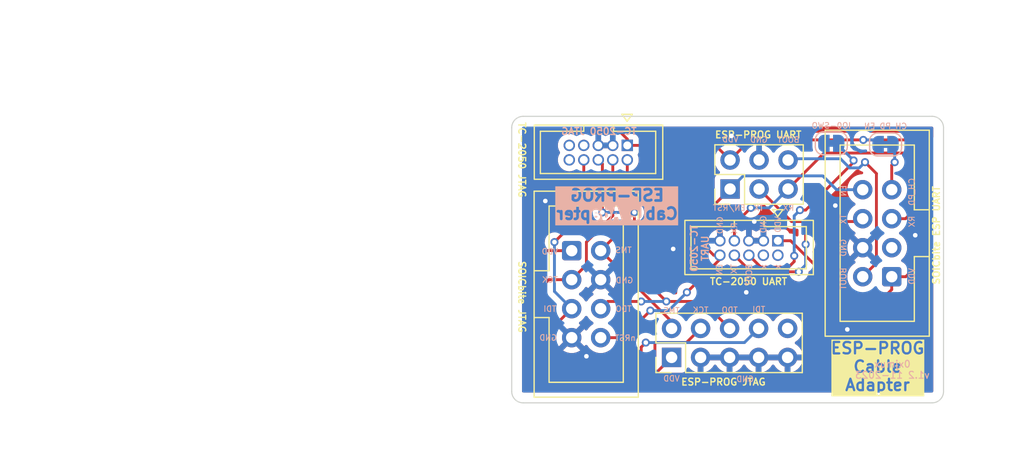
<source format=kicad_pcb>
(kicad_pcb (version 20221018) (generator pcbnew)
  (title_block (title "ESP-PROG Board Connector Adapter") (date "2023-11-25") (rev "v1.2") (company "jacobbokor.com"))
  (layers (0 "F.Cu" signal) (31 "B.Cu" signal) (34 "B.Paste" user) (35 "F.Paste" user) (36 "B.SilkS" user "B.Silkscreen") (37 "F.SilkS" user "F.Silkscreen") (38 "B.Mask" user) (39 "F.Mask" user) (44 "Edge.Cuts" user))
  (net 0 "")
  (net 1 "/VDD_U")
  (net 2 "/ESP_TXD0")
  (net 3 "Earth")
  (net 4 "/ESP_TMS")
  (net 5 "/ESP_RXD0")
  (net 6 "/ESP_EN")
  (net 8 "/CH_PD")
  (net 9 "/SWO_IO0")
  (net 12 "/ESP_TCK")
  (net 13 "/ESP_TDO")
  (net 14 "/ESP_TDI")
  (net 15 "/ESP_BOOT")
  (footprint "jmux-footprints:TC-2050-IDC-SOCKET" (layer "F.Cu") (at 130.4584 72.344 -90)
    (fp_text reference "J5" hide)
    (fp_text value "DebugHeader_Cortex-M_SWD_UART_10p_TagConnect" hide)
    (fp_line (start -5.3848 -9.5504) (end -4.7752 -9.0932) (stroke (width 0.12)) (layer "F.SilkS"))
    (fp_line (start -5.3848 -8.636) (end -5.3848 -9.5504) (stroke (width 0.12)) (layer "F.SilkS"))
    (fp_line (start -4.7752 -9.0932) (end -5.3848 -8.636) (stroke (width 0.12)) (layer "F.SilkS"))
    (fp_line (start -3.9 -11.6) (end -3.9 -7.9) (stroke (width 0.12)) (layer "F.SilkS"))
    (fp_line (start -3.9 -11.6) (end -0.2 -11.6) (stroke (width 0.12)) (layer "F.SilkS"))
    (fp_line (start -3.9 -7.9) (end -4.4 -7.9) (stroke (width 0.12)) (layer "F.SilkS"))
    (fp_line (start -3.9 -5.3) (end -4.4 -5.3) (stroke (width 0.12)) (layer "F.SilkS"))
    (fp_line (start -3.9 -1.5) (end -3.9 -5.3) (stroke (width 0.12)) (layer "F.SilkS"))
    (fp_line (start -3.9 -1.5) (end -0.2 -1.5) (stroke (width 0.12)) (layer "F.SilkS"))
    (fp_line (start -0.2 -11.6) (end -0.2 -1.5) (stroke (width 0.12)) (layer "F.SilkS"))
    (fp_rect (start 0.3048 -12.2174) (end -4.445 -0.9652) (stroke (width 0.12)) (fill none) (layer "F.SilkS"))
    (pad "1" thru_hole rect (at -2.664 -9.1116 270) (size 1 1) (drill 0.7) (layers "*.Cu" "*.Mask") (net 1 "/VDD_U"))
    (pad "2" thru_hole oval (at -1.394 -9.1116 270) (size 1 1) (drill 0.7) (layers "*.Cu" "*.Mask"))
    (pad "3" thru_hole oval (at -2.664 -7.8416 270) (size 1 1) (drill 0.7) (layers "*.Cu" "*.Mask") (net 3 "Earth"))
    (pad "4" thru_hole oval (at -1.394 -7.8416 270) (size 1 1) (drill 0.7) (layers "*.Cu" "*.Mask"))
    (pad "5" thru_hole oval (at -2.664 -6.5716 270) (size 1 1) (drill 0.7) (layers "*.Cu" "*.Mask") (net 3 "Earth"))
    (pad "6" thru_hole oval (at -1.394 -6.5716 270) (size 1 1) (drill 0.7) (layers "*.Cu" "*.Mask") (net 9 "/SWO_IO0"))
    (pad "7" thru_hole oval (at -2.664 -5.3016 270) (size 1 1) (drill 0.7) (layers "*.Cu" "*.Mask") (net 5 "/ESP_RXD0"))
    (pad "8" thru_hole oval (at -1.394 -5.3016 270) (size 1 1) (drill 0.7) (layers "*.Cu" "*.Mask") (net 2 "/ESP_TXD0"))
    (pad "9" thru_hole oval (at -2.664 -4.0316 270) (size 1 1) (drill 0.7) (layers "*.Cu" "*.Mask") (net 3 "Earth"))
    (pad "10" thru_hole oval (at -1.394 -4.0316 270) (size 1 1) (drill 0.7) (layers "*.Cu" "*.Mask") (net 6 "/ESP_EN"))
  )
  (footprint "jmux-footprints:TC-2050-IDC-SOCKET" (layer "F.Cu") (at 117.2684 63.994 -90)
    (fp_text reference "J3" hide)
    (fp_text value "DebugHeader_Cortex-M_JTAG_10p_TagConnect" hide)
    (fp_line (start -5.3848 -9.5504) (end -4.7752 -9.0932) (stroke (width 0.12)) (layer "F.SilkS"))
    (fp_line (start -5.3848 -8.636) (end -5.3848 -9.5504) (stroke (width 0.12)) (layer "F.SilkS"))
    (fp_line (start -4.7752 -9.0932) (end -5.3848 -8.636) (stroke (width 0.12)) (layer "F.SilkS"))
    (fp_line (start -3.9 -11.6) (end -3.9 -7.9) (stroke (width 0.12)) (layer "F.SilkS"))
    (fp_line (start -3.9 -11.6) (end -0.2 -11.6) (stroke (width 0.12)) (layer "F.SilkS"))
    (fp_line (start -3.9 -7.9) (end -4.4 -7.9) (stroke (width 0.12)) (layer "F.SilkS"))
    (fp_line (start -3.9 -5.3) (end -4.4 -5.3) (stroke (width 0.12)) (layer "F.SilkS"))
    (fp_line (start -3.9 -1.5) (end -3.9 -5.3) (stroke (width 0.12)) (layer "F.SilkS"))
    (fp_line (start -3.9 -1.5) (end -0.2 -1.5) (stroke (width 0.12)) (layer "F.SilkS"))
    (fp_line (start -0.2 -11.6) (end -0.2 -1.5) (stroke (width 0.12)) (layer "F.SilkS"))
    (fp_rect (start 0.3048 -12.2174) (end -4.445 -0.9652) (stroke (width 0.12)) (fill none) (layer "F.SilkS"))
    (pad "1" thru_hole rect (at -2.664 -9.1116 270) (size 1 1) (drill 0.7) (layers "*.Cu" "*.Mask") (net 1 "/VDD_U"))
    (pad "2" thru_hole oval (at -1.394 -9.1116 270) (size 1 1) (drill 0.7) (layers "*.Cu" "*.Mask") (net 4 "/ESP_TMS"))
    (pad "3" thru_hole oval (at -2.664 -7.8416 270) (size 1 1) (drill 0.7) (layers "*.Cu" "*.Mask") (net 3 "Earth"))
    (pad "4" thru_hole oval (at -1.394 -7.8416 270) (size 1 1) (drill 0.7) (layers "*.Cu" "*.Mask") (net 12 "/ESP_TCK"))
    (pad "5" thru_hole oval (at -2.664 -6.5716 270) (size 1 1) (drill 0.7) (layers "*.Cu" "*.Mask") (net 3 "Earth"))
    (pad "6" thru_hole oval (at -1.394 -6.5716 270) (size 1 1) (drill 0.7) (layers "*.Cu" "*.Mask") (net 13 "/ESP_TDO"))
    (pad "7" thru_hole oval (at -2.664 -5.3016 270) (size 1 1) (drill 0.7) (layers "*.Cu" "*.Mask"))
    (pad "8" thru_hole oval (at -1.394 -5.3016 270) (size 1 1) (drill 0.7) (layers "*.Cu" "*.Mask") (net 14 "/ESP_TDI"))
    (pad "9" thru_hole oval (at -2.664 -4.0316 270) (size 1 1) (drill 0.7) (layers "*.Cu" "*.Mask"))
    (pad "10" thru_hole oval (at -1.394 -4.0316 270) (size 1 1) (drill 0.7) (layers "*.Cu" "*.Mask"))
  )
  (footprint "Connector_PinSocket_2.54mm:PinSocket_2x03_P2.54mm_Vertical" (layer "F.Cu") (at 135.382 62.611 90)
    (fp_text reference "J2" hide)
    (fp_text value "CONN ESP-PROG" hide)
    (fp_line (start -3.87 -1.33) (end -3.87 0) (stroke (width 0.12)) (layer "F.SilkS"))
    (fp_line (start -3.87 1.27) (end -3.87 6.41) (stroke (width 0.12)) (layer "F.SilkS"))
    (fp_line (start -2.54 -1.33) (end -3.87 -1.33) (stroke (width 0.12)) (layer "F.SilkS"))
    (fp_line (start -1.27 -1.33) (end -1.27 1.27) (stroke (width 0.12)) (layer "F.SilkS"))
    (fp_line (start -1.27 1.27) (end -3.87 1.27) (stroke (width 0.12)) (layer "F.SilkS"))
    (fp_line (start 1.33 -1.33) (end -1.27 -1.33) (stroke (width 0.12)) (layer "F.SilkS"))
    (fp_line (start 1.33 -1.33) (end 1.33 6.41) (stroke (width 0.12)) (layer "F.SilkS"))
    (fp_line (start 1.33 6.41) (end -3.87 6.41) (stroke (width 0.12)) (layer "F.SilkS"))
    (pad "1" thru_hole rect locked (at -2.54 0 90) (size 1.7 1.7) (drill 1) (layers "*.Cu" "*.Mask") (net 6 "/ESP_EN"))
    (pad "2" thru_hole oval locked (at 0 0 90) (size 1.7 1.7) (drill 1) (layers "*.Cu" "*.Mask") (net 1 "/VDD_U"))
    (pad "3" thru_hole oval locked (at -2.54 2.54 90) (size 1.7 1.7) (drill 1) (layers "*.Cu" "*.Mask") (net 2 "/ESP_TXD0"))
    (pad "4" thru_hole oval locked (at 0 2.54 90) (size 1.7 1.7) (drill 1) (layers "*.Cu" "*.Mask") (net 3 "Earth"))
    (pad "5" thru_hole oval locked (at -2.54 5.08 90) (size 1.7 1.7) (drill 1) (layers "*.Cu" "*.Mask") (net 5 "/ESP_RXD0"))
    (pad "6" thru_hole oval locked (at 0 5.08 90) (size 1.7 1.7) (drill 1) (layers "*.Cu" "*.Mask") (net 15 "/ESP_BOOT"))
  )
  (footprint "Connector_IDC:IDC-Header_2x04_P2.54mm_Vertical" (layer "F.Cu") (at 121.51 70.55)
    (fp_text reference "J6" hide)
    (fp_text value "SOICbite-JTAG")
    (fp_line (start -3.29 -5.21) (end 5.83 -5.21) (stroke (width 0.12)) (layer "F.SilkS"))
    (fp_line (start -3.29 1.76) (end -1.98 1.76) (stroke (width 0.12)) (layer "F.SilkS"))
    (fp_line (start -3.29 12.83) (end -3.29 -5.21) (stroke (width 0.12)) (layer "F.SilkS"))
    (fp_line (start -1.98 -3.91) (end 4.52 -3.91) (stroke (width 0.12)) (layer "F.SilkS"))
    (fp_line (start -1.98 1.76) (end -1.98 -3.91) (stroke (width 0.12)) (layer "F.SilkS"))
    (fp_line (start -1.98 5.86) (end -3.29 5.86) (stroke (width 0.12)) (layer "F.SilkS"))
    (fp_line (start -1.98 5.86) (end -1.98 5.86) (stroke (width 0.12)) (layer "F.SilkS"))
    (fp_line (start -1.98 11.53) (end -1.98 5.86) (stroke (width 0.12)) (layer "F.SilkS"))
    (fp_line (start 4.52 -3.91) (end 4.52 11.53) (stroke (width 0.12)) (layer "F.SilkS"))
    (fp_line (start 4.52 11.53) (end -1.98 11.53) (stroke (width 0.12)) (layer "F.SilkS"))
    (fp_line (start 5.83 -5.21) (end 5.83 12.83) (stroke (width 0.12)) (layer "F.SilkS"))
    (fp_line (start 5.83 12.83) (end -3.29 12.83) (stroke (width 0.12)) (layer "F.SilkS"))
    (pad "1" thru_hole roundrect (at 0 0) (size 1.7 1.7) (drill 1) (layers "*.Cu" "*.Mask") (roundrect_rratio 0.147059) (net 1 "/VDD_U"))
    (pad "2" thru_hole circle (at 2.54 0) (size 1.7 1.7) (drill 1) (layers "*.Cu" "*.Mask") (net 4 "/ESP_TMS"))
    (pad "3" thru_hole circle (at 0 2.54) (size 1.7 1.7) (drill 1) (layers "*.Cu" "*.Mask") (net 12 "/ESP_TCK"))
    (pad "4" thru_hole circle (at 2.54 2.54) (size 1.7 1.7) (drill 1) (layers "*.Cu" "*.Mask") (net 3 "Earth"))
    (pad "5" thru_hole circle (at 0 5.08) (size 1.7 1.7) (drill 1) (layers "*.Cu" "*.Mask") (net 14 "/ESP_TDI"))
    (pad "6" thru_hole circle (at 2.54 5.08) (size 1.7 1.7) (drill 1) (layers "*.Cu" "*.Mask") (net 13 "/ESP_TDO"))
    (pad "7" thru_hole circle (at 0 7.62) (size 1.7 1.7) (drill 1) (layers "*.Cu" "*.Mask") (net 3 "Earth"))
    (pad "8" thru_hole circle (at 2.54 7.62) (size 1.7 1.7) (drill 1) (layers "*.Cu" "*.Mask") (net 6 "/ESP_EN"))
  )
  (footprint "Connector_IDC:IDC-Header_2x04_P2.54mm_Vertical" (layer "F.Cu") (at 149.54 72.83 180)
    (fp_text reference "J4" hide)
    (fp_text value "ProgConn-SOICBite" hide)
    (fp_line (start -3.29 -5.21) (end 5.83 -5.21) (stroke (width 0.12)) (layer "F.SilkS"))
    (fp_line (start -3.29 1.76) (end -1.98 1.76) (stroke (width 0.12)) (layer "F.SilkS"))
    (fp_line (start -3.29 12.83) (end -3.29 -5.21) (stroke (width 0.12)) (layer "F.SilkS"))
    (fp_line (start -1.98 -3.91) (end 4.52 -3.91) (stroke (width 0.12)) (layer "F.SilkS"))
    (fp_line (start -1.98 1.76) (end -1.98 -3.91) (stroke (width 0.12)) (layer "F.SilkS"))
    (fp_line (start -1.98 5.86) (end -3.29 5.86) (stroke (width 0.12)) (layer "F.SilkS"))
    (fp_line (start -1.98 5.86) (end -1.98 5.86) (stroke (width 0.12)) (layer "F.SilkS"))
    (fp_line (start -1.98 11.53) (end -1.98 5.86) (stroke (width 0.12)) (layer "F.SilkS"))
    (fp_line (start 4.52 -3.91) (end 4.52 11.53) (stroke (width 0.12)) (layer "F.SilkS"))
    (fp_line (start 4.52 11.53) (end -1.98 11.53) (stroke (width 0.12)) (layer "F.SilkS"))
    (fp_line (start 5.83 -5.21) (end 5.83 12.83) (stroke (width 0.12)) (layer "F.SilkS"))
    (fp_line (start 5.83 12.83) (end -3.29 12.83) (stroke (width 0.12)) (layer "F.SilkS"))
    (pad "1" thru_hole roundrect (at 0 0 180) (size 1.7 1.7) (drill 1) (layers "*.Cu" "*.Mask") (roundrect_rratio 0.147059) (net 1 "/VDD_U"))
    (pad "2" thru_hole circle (at 2.54 0 180) (size 1.7 1.7) (drill 1) (layers "*.Cu" "*.Mask") (net 15 "/ESP_BOOT"))
    (pad "3" thru_hole circle (at 0 2.54 180) (size 1.7 1.7) (drill 1) (layers "*.Cu" "*.Mask"))
    (pad "4" thru_hole circle (at 2.54 2.54 180) (size 1.7 1.7) (drill 1) (layers "*.Cu" "*.Mask") (net 3 "Earth"))
    (pad "5" thru_hole circle (at 0 5.08 180) (size 1.7 1.7) (drill 1) (layers "*.Cu" "*.Mask") (net 5 "/ESP_RXD0"))
    (pad "6" thru_hole circle (at 2.54 5.08 180) (size 1.7 1.7) (drill 1) (layers "*.Cu" "*.Mask") (net 2 "/ESP_TXD0"))
    (pad "7" thru_hole circle (at 0 7.62 180) (size 1.7 1.7) (drill 1) (layers "*.Cu" "*.Mask") (net 8 "/CH_PD"))
    (pad "8" thru_hole circle (at 2.54 7.62 180) (size 1.7 1.7) (drill 1) (layers "*.Cu" "*.Mask") (net 6 "/ESP_EN"))
  )
  (footprint "Jumper:SolderJumper-2_P1.3mm_Bridged_RoundedPad1.0x1.5mm" (layer "B.Cu") (at 144.25 61.15 180)
    (fp_text reference "JP2" hide)
    (fp_text value "SolderJumper_2_Bridged" hide)
    (fp_poly (pts (xy 0.25 0.3) (xy -0.25 0.3) (xy -0.25 -0.3) (xy 0.25 -0.3)) (fill solid) (layer "B.Cu"))
    (fp_line (start -1.4 -0.3) (end -1.4 0.3) (stroke (width 0.12)) (layer "B.SilkS"))
    (fp_line (start -0.7 1) (end 0.7 1) (stroke (width 0.12)) (layer "B.SilkS"))
    (fp_line (start 0.7 -1) (end -0.7 -1) (stroke (width 0.12)) (layer "B.SilkS"))
    (fp_line (start 1.4 0.3) (end 1.4 -0.3) (stroke (width 0.12)) (layer "B.SilkS"))
    (fp_arc (start -1.4 -0.3) (mid -1.194975 -0.794975) (end -0.7 -1) (stroke (width 0.12)) (layer "B.SilkS"))
    (fp_arc (start -0.7 1) (mid -1.194975 0.794975) (end -1.4 0.3) (stroke (width 0.12)) (layer "B.SilkS"))
    (fp_arc (start 0.7 -1) (mid 1.194975 -0.794975) (end 1.4 -0.3) (stroke (width 0.12)) (layer "B.SilkS"))
    (fp_arc (start 1.4 0.3) (mid 1.194975 0.794975) (end 0.7 1) (stroke (width 0.12)) (layer "B.SilkS"))
    (pad "1" smd custom (at -0.65 0 180) (size 1 0.5) (layers "B.Cu" "B.Mask") (net 9 "/SWO_IO0") (options (clearance outline) (anchor rect)) (primitives (gr_circle (center 0 -0.25) (end 0.5 -0.25) (width 0) (fill yes)) (gr_circle (center 0 0.25) (end 0.5 0.25) (width 0) (fill yes)) (gr_poly (pts (xy 0.5 -0.75) (xy 0 -0.75) (xy 0 0.75) (xy 0.5 0.75)) (width 0) (fill yes))))
    (pad "2" smd custom (at 0.65 0 180) (size 1 0.5) (layers "B.Cu" "B.Mask") (net 15 "/ESP_BOOT") (options (clearance outline) (anchor rect)) (primitives (gr_circle (center 0 -0.25) (end 0.5 -0.25) (width 0) (fill yes)) (gr_circle (center 0 0.25) (end 0.5 0.25) (width 0) (fill yes)) (gr_poly (pts (xy 0 -0.75) (xy -0.5 -0.75) (xy -0.5 0.75) (xy 0 0.75)) (width 0) (fill yes))))
  )
  (footprint "Jumper:SolderJumper-2_P1.3mm_Bridged_RoundedPad1.0x1.5mm" (layer "B.Cu") (at 149 61.25 180)
    (fp_text reference "JP1" hide)
    (fp_text value "CH_PD EN" hide)
    (fp_poly (pts (xy 0.25 0.3) (xy -0.25 0.3) (xy -0.25 -0.3) (xy 0.25 -0.3)) (fill solid) (layer "B.Cu"))
    (fp_line (start -1.4 -0.3) (end -1.4 0.3) (stroke (width 0.12)) (layer "B.SilkS"))
    (fp_line (start -0.7 1) (end 0.7 1) (stroke (width 0.12)) (layer "B.SilkS"))
    (fp_line (start 0.7 -1) (end -0.7 -1) (stroke (width 0.12)) (layer "B.SilkS"))
    (fp_line (start 1.4 0.3) (end 1.4 -0.3) (stroke (width 0.12)) (layer "B.SilkS"))
    (fp_arc (start -1.4 -0.3) (mid -1.194975 -0.794975) (end -0.7 -1) (stroke (width 0.12)) (layer "B.SilkS"))
    (fp_arc (start -0.7 1) (mid -1.194975 0.794975) (end -1.4 0.3) (stroke (width 0.12)) (layer "B.SilkS"))
    (fp_arc (start 0.7 -1) (mid 1.194975 -0.794975) (end 1.4 -0.3) (stroke (width 0.12)) (layer "B.SilkS"))
    (fp_arc (start 1.4 0.3) (mid 1.194975 0.794975) (end 0.7 1) (stroke (width 0.12)) (layer "B.SilkS"))
    (pad "1" smd custom (at -0.65 0 180) (size 1 0.5) (layers "B.Cu" "B.Mask") (net 8 "/CH_PD") (options (clearance outline) (anchor rect)) (primitives (gr_circle (center 0 -0.25) (end 0.5 -0.25) (width 0) (fill yes)) (gr_circle (center 0 0.25) (end 0.5 0.25) (width 0) (fill yes)) (gr_poly (pts (xy 0.5 -0.75) (xy 0 -0.75) (xy 0 0.75) (xy 0.5 0.75)) (width 0) (fill yes))))
    (pad "2" smd custom (at 0.65 0 180) (size 1 0.5) (layers "B.Cu" "B.Mask") (net 1 "/VDD_U") (options (clearance outline) (anchor rect)) (primitives (gr_circle (center 0 -0.25) (end 0.5 -0.25) (width 0) (fill yes)) (gr_circle (center 0 0.25) (end 0.5 0.25) (width 0) (fill yes)) (gr_poly (pts (xy 0 -0.75) (xy -0.5 -0.75) (xy -0.5 0.75) (xy 0 0.75)) (width 0) (fill yes))))
  )
  (footprint "Connector_PinSocket_2.54mm:PinSocket_2x05_P2.54mm_Vertical" (layer "B.Cu") (at 130.26 79.9 -90)
    (fp_text reference "J1" hide)
    (fp_text value "Conn_02x05_Odd_Even" hide)
    (fp_line (start -3.87 -11.4472) (end 1.33 -11.4472) (stroke (width 0.12)) (layer "F.SilkS"))
    (fp_line (start -3.87 1.3728) (end -3.87 -11.4472) (stroke (width 0.12)) (layer "F.SilkS"))
    (fp_line (start -3.87 1.3728) (end -1.27 1.3728) (stroke (width 0.12)) (layer "F.SilkS"))
    (fp_line (start -1.27 -1.2272) (end 1.33 -1.2272) (stroke (width 0.12)) (layer "F.SilkS"))
    (fp_line (start -1.27 1.3728) (end -1.27 -1.2272) (stroke (width 0.12)) (layer "F.SilkS"))
    (fp_line (start 0 1.3728) (end 1.33 1.3728) (stroke (width 0.12)) (layer "F.SilkS"))
    (fp_line (start 1.33 -1.2272) (end 1.33 -11.4472) (stroke (width 0.12)) (layer "F.SilkS"))
    (fp_line (start 1.33 1.3728) (end 1.33 0.0428) (stroke (width 0.12)) (layer "F.SilkS"))
    (pad "1" thru_hole rect locked (at 0 0 270) (size 1.7 1.7) (drill 1) (layers "*.Cu" "*.Mask") (net 1 "/VDD_U"))
    (pad "2" thru_hole oval locked (at -2.54 0 270) (size 1.7 1.7) (drill 1) (layers "*.Cu" "*.Mask") (net 4 "/ESP_TMS"))
    (pad "3" thru_hole oval locked (at 0 -2.54 270) (size 1.7 1.7) (drill 1) (layers "*.Cu" "*.Mask") (net 3 "Earth"))
    (pad "4" thru_hole oval locked (at -2.54 -2.54 270) (size 1.7 1.7) (drill 1) (layers "*.Cu" "*.Mask") (net 12 "/ESP_TCK"))
    (pad "5" thru_hole oval locked (at 0 -5.08 270) (size 1.7 1.7) (drill 1) (layers "*.Cu" "*.Mask") (net 3 "Earth"))
    (pad "6" thru_hole oval locked (at -2.54 -5.08 270) (size 1.7 1.7) (drill 1) (layers "*.Cu" "*.Mask") (net 13 "/ESP_TDO"))
    (pad "7" thru_hole oval locked (at 0 -7.62 270) (size 1.7 1.7) (drill 1) (layers "*.Cu" "*.Mask") (net 3 "Earth"))
    (pad "8" thru_hole oval locked (at -2.54 -7.62 270) (size 1.7 1.7) (drill 1) (layers "*.Cu" "*.Mask") (net 14 "/ESP_TDI"))
    (pad "9" thru_hole oval locked (at 0 -10.16 270) (size 1.7 1.7) (drill 1) (layers "*.Cu" "*.Mask") (net 3 "Earth"))
    (pad "10" thru_hole oval locked (at -2.54 -10.16 270) (size 1.7 1.7) (drill 1) (layers "*.Cu" "*.Mask"))
  )
  (gr_line locked (start 154.078 59.785) (end 154.078 82.88) (stroke (width 0.1)) (layer "Edge.Cuts"))
  (gr_line locked (start 116.257107 82.88) (end 116.257107 59.785) (stroke (width 0.1)) (layer "Edge.Cuts"))
  (gr_line locked (start 117.257107 58.785) (end 153.078 58.785) (stroke (width 0.1)) (layer "Edge.Cuts"))
  (gr_arc locked (start 154.078 82.88) (mid 153.785107 83.587107) (end 153.078 83.88) (stroke (width 0.1)) (layer "Edge.Cuts"))
  (gr_arc locked (start 117.257107 83.88) (mid 116.55 83.587107) (end 116.257107 82.88) (stroke (width 0.1)) (layer "Edge.Cuts"))
  (gr_arc locked (start 153.078 58.785) (mid 153.785107 59.077893) (end 154.078 59.785) (stroke (width 0.1)) (layer "Edge.Cuts"))
  (gr_arc locked (start 116.257107 59.785) (mid 116.55 59.077893) (end 117.257107 58.785) (stroke (width 0.1)) (layer "Edge.Cuts"))
  (gr_line locked (start 153.078 83.88) (end 117.257107 83.88) (stroke (width 0.1)) (layer "Edge.Cuts"))
  (gr_text "nRST" (at 126.2 78.2) (layer "B.SilkS") (effects (font (size 0.5 0.5) (thickness 0.08)) (justify mirror)))
  (gr_text "BOOT" (at 140.5 60.833) (layer "B.SilkS") (effects (font (size 0.5 0.5) (thickness 0.08)) (justify mirror)))
  (gr_text "TDI" (at 137.9 75.7) (layer "B.SilkS") (effects (font (size 0.5 0.5) (thickness 0.08)) (justify mirror)))
  (gr_text "TCK" (at 132.8 75.75) (layer "B.SilkS") (effects (font (size 0.5 0.5) (thickness 0.08)) (justify mirror)))
  (gr_text "GND" (at 136.7 81.8) (layer "B.SilkS") (effects (font (size 0.5 0.5) (thickness 0.08)) (justify mirror)))
  (gr_text "GND" (at 126.125 73.15) (layer "B.SilkS") (effects (font (size 0.5 0.5) (thickness 0.08)) (justify mirror)))
  (gr_text "RX" (at 140.5 66.8) (layer "B.SilkS") (effects (font (size 0.5 0.5) (thickness 0.08)) (justify mirror)))
  (gr_text "TX" (at 145.3 67.8 90) (layer "B.SilkS") (effects (font (size 0.5 0.5) (thickness 0.08)) (justify mirror)))
  (gr_text "GND" (at 138.3 68.25 90) (layer "B.SilkS") (effects (font (size 0.5 0.5) (thickness 0.08)) (justify mirror)))
  (gr_text "VDD" (at 130.25 81.75) (layer "B.SilkS") (effects (font (size 0.5 0.5) (thickness 0.08)) (justify mirror)))
  (gr_text "EN" (at 145.3 65.3 90) (layer "B.SilkS") (effects (font (size 0.5 0.5) (thickness 0.08)) (justify mirror)))
  (gr_text "GND" (at 145.3 70.3 90) (layer "B.SilkS") (effects (font (size 0.5 0.5) (thickness 0.08)) (justify mirror)))
  (gr_text "EN/RST" (at 135.3 66.8) (layer "B.SilkS") (effects (font (size 0.5 0.5) (thickness 0.08)) (justify mirror)))
  (gr_text "TDI" (at 119.6 75.65) (layer "B.SilkS") (effects (font (size 0.5 0.5) (thickness 0.08)) (justify mirror)))
  (gr_text "GND" (at 119.45 78.175) (layer "B.SilkS") (effects (font (size 0.5 0.5) (thickness 0.08)) (justify mirror)))
  (gr_text "BOOT" (at 137.05 72.675 90) (layer "B.SilkS") (effects (font (size 0.5 0.5) (thickness 0.08)) (justify mirror)))
  (gr_text "CH_PD" (at 151.3 65.4 90) (layer "B.SilkS") (effects (font (size 0.5 0.5) (thickness 0.08)) (justify mirror)))
  (gr_text "TX" (at 135.725 72.15 90) (layer "B.SilkS") (effects (font (size 0.5 0.5) (thickness 0.08)) (justify mirror)))
  (gr_text "GND" (at 134.5 68.325 90) (layer "B.SilkS") (effects (font (size 0.5 0.5) (thickness 0.08)) (justify mirror)))
  (gr_text "TX" (at 137.9 66.8) (layer "B.SilkS") (effects (font (size 0.5 0.5) (thickness 0.08)) (justify mirror)))
  (gr_text "VDD" (at 119.6 70.625) (layer "B.SilkS") (effects (font (size 0.5 0.5) (thickness 0.08)) (justify mirror)))
  (gr_text "TMS" (at 126.05 70.5) (layer "B.SilkS") (effects (font (size 0.5 0.5) (thickness 0.08)) (justify mirror)))
  (gr_text "IO0-SWO" (at 144.25 59.6) (layer "B.SilkS") (effects (font (size 0.5 0.5) (thickness 0.08)) (justify mirror)))
  (gr_text "x\n" (at 138.3 71.95 90) (layer "B.SilkS") (effects (font (size 0.5 0.5) (thickness 0.08)) (justify mirror)))
  (gr_text "TC-2050\nUART" (at 133.55 70.35 90) (layer "B.SilkS") (effects (font (size 0.6 0.6) (thickness 0.12) bold) (justify bottom mirror)))
  (gr_text "TMS" (at 130.25 75.8) (layer "B.SilkS") (effects (font (size 0.5 0.5) (thickness 0.08)) (justify mirror)))
  (gr_text "RX" (at 135.75 68.575 90) (layer "B.SilkS") (effects (font (size 0.5 0.5) (thickness 0.08)) (justify mirror)))
  (gr_text "CH_PD EN" (at 149 59.65) (layer "B.SilkS") (effects (font (size 0.5 0.5) (thickness 0.08)) (justify mirror)))
  (gr_text "ESP-PROG\nCable Adapter" (at 125.5 67.9) (layer "B.SilkS" knockout) (effects (font (size 1 1) (thickness 0.24) bold) (justify bottom mirror)))
  (gr_text "BOOT" (at 145.3 73 90) (layer "B.SilkS") (effects (font (size 0.5 0.5) (thickness 0.08)) (justify mirror)))
  (gr_text "RX" (at 151.3 68 90) (layer "B.SilkS") (effects (font (size 0.5 0.5) (thickness 0.08)) (justify mirror)))
  (gr_text "x\n" (at 139.55 71.95 90) (layer "B.SilkS") (effects (font (size 0.5 0.5) (thickness 0.08)) (justify mirror)))
  (gr_text "VDD" (at 139.575 68.25 90) (layer "B.SilkS") (effects (font (size 0.5 0.5) (thickness 0.08)) (justify mirror)))
  (gr_text "TC-2050 JTAG" (at 123.9 60.45) (layer "B.SilkS") (effects (font (size 0.6 0.6) (thickness 0.12) bold) (justify bottom mirror)))
  (gr_text "TDO" (at 135.35 75.75) (layer "B.SilkS") (effects (font (size 0.5 0.5) (thickness 0.08)) (justify mirror)))
  (gr_text "TCK" (at 119.6 73.1) (layer "B.SilkS") (effects (font (size 0.5 0.5) (thickness 0.08)) (justify mirror)))
  (gr_text "GND" (at 137.9 60.833) (layer "B.SilkS") (effects (font (size 0.5 0.5) (thickness 0.08)) (justify mirror)))
  (gr_text "VDD" (at 135.4 60.8) (layer "B.SilkS") (effects (font (size 0.5 0.5) (thickness 0.08)) (justify mirror)))
  (gr_text "EN" (at 134.45 72.2 90) (layer "B.SilkS") (effects (font (size 0.5 0.5) (thickness 0.08)) (justify mirror)))
  (gr_text "0xjmux\nv1.2 11-2023" (at 149.6 81.8) (layer "B.SilkS") (effects (font (size 0.6 0.6) (thickness 0.1) bold) (justify bottom mirror)))
  (gr_text "TDO" (at 126.05 75.65) (layer "B.SilkS") (effects (font (size 0.5 0.5) (thickness 0.08)) (justify mirror)))
  (gr_text "VDD" (at 151.3 72.8 90) (layer "B.SilkS") (effects (font (size 0.5 0.5) (thickness 0.08)) (justify mirror)))
  (gr_text "SOICbite JTAG" (at 116.8 74.6 270) (layer "F.SilkS") (effects (font (size 0.6 0.6) (thickness 0.12) bold) (justify bottom)))
  (gr_text "ESP-PROG\nCable\nAdapter" (at 148.3 82.9) (layer "F.SilkS" knockout) (effects (font (size 1 1) (thickness 0.2) bold) (justify bottom)))
  (gr_text "TC-2050 UART" (at 137 73.6) (layer "F.SilkS") (effects (font (size 0.6 0.6) (thickness 0.12) bold) (justify bottom)))
  (gr_text "ESP-PROG JTAG" (at 134.8 82.4) (layer "F.SilkS") (effects (font (size 0.6 0.6) (thickness 0.12) bold) (justify bottom)))
  (gr_text "ESP-PROG UART" (at 137.85 60.75) (layer "F.SilkS") (effects (font (size 0.6 0.6) (thickness 0.12) bold) (justify bottom)))
  (gr_text "SOICbite ESP UART" (at 153.8 69.2 90) (layer "F.SilkS") (effects (font (size 0.6 0.6) (thickness 0.12) bold) (justify bottom)))
  (gr_text "TC-2050 JTAG" (at 116.8 62.6 270) (layer "F.SilkS") (effects (font (size 0.6 0.6) (thickness 0.12) bold) (justify bottom)))
  (segment (start 134.101 61.33) (end 126.38 61.33) (width 0.25) (layer "F.Cu") (net 1))
  (segment (start 126.38 60.78) (end 126.38 61.33) (width 0.25) (layer "F.Cu") (net 1))
  (segment (start 152.6 61.2) (end 152.6 71) (width 0.25) (layer "F.Cu") (net 1))
  (segment (start 135.382 62.611) (end 134.101 61.33) (width 0.25) (layer "F.Cu") (net 1))
  (segment (start 118 71.8) (end 118 80.8) (width 0.25) (layer "F.Cu") (net 1))
  (segment (start 137.143 60.85) (end 147.05 60.85) (width 0.25) (layer "F.Cu") (net 1))
  (segment (start 150.77 72.83) (end 149.54 72.83) (width 0.25) (layer "F.Cu") (net 1))
  (segment (start 118.05 70.55) (end 118 70.6) (width 0.25) (layer "F.Cu") (net 1))
  (segment (start 135.382 62.611) (end 137.143 60.85) (width 0.25) (layer "F.Cu") (net 1))
  (segment (start 149.54 73.96) (end 149.54 72.83) (width 0.25) (layer "F.Cu") (net 1))
  (segment (start 118 70.6) (end 118 71.8) (width 0.25) (layer "F.Cu") (net 1))
  (segment (start 145.5 74.5) (end 149 74.5) (width 0.25) (layer "F.Cu") (net 1))
  (segment (start 121.51 70.55) (end 118.05 70.55) (width 0.25) (layer "F.Cu") (net 1))
  (segment (start 119.2 82) (end 128.16 82) (width 0.25) (layer "F.Cu") (net 1))
  (segment (start 118 71.8) (end 118 60.6) (width 0.25) (layer "F.Cu") (net 1))
  (segment (start 139.57 69.68) (end 140.68 69.68) (width 0.25) (layer "F.Cu") (net 1))
  (segment (start 125.8 60.2) (end 126.38 60.78) (width 0.25) (layer "F.Cu") (net 1))
  (segment (start 147.05 60.85) (end 152.25 60.85) (width 0.25) (layer "F.Cu") (net 1))
  (segment (start 118 60.6) (end 118.4 60.2) (width 0.25) (layer "F.Cu") (net 1))
  (segment (start 152.6 71) (end 150.77 72.83) (width 0.25) (layer "F.Cu") (net 1))
  (segment (start 118 80.8) (end 119.2 82) (width 0.25) (layer "F.Cu") (net 1))
  (segment (start 140.68 69.68) (end 145.5 74.5) (width 0.25) (layer "F.Cu") (net 1))
  (segment (start 149 74.5) (end 149.54 73.96) (width 0.25) (layer "F.Cu") (net 1))
  (segment (start 152.25 60.85) (end 152.6 61.2) (width 0.25) (layer "F.Cu") (net 1))
  (segment (start 118.4 60.2) (end 125.8 60.2) (width 0.25) (layer "F.Cu") (net 1))
  (segment (start 128.16 82) (end 130.26 79.9) (width 0.25) (layer "F.Cu") (net 1))
  (via (at 147.05 60.85) (size 0.7) (drill 0.4) (layers "F.Cu" "B.Cu") (net 1))
  (segment (start 147.05 60.85) (end 147.95 60.85) (width 0.25) (layer "B.Cu") (net 1))
  (segment (start 147.95 60.85) (end 148.35 61.25) (width 0.25) (layer "B.Cu") (net 1))
  (segment (start 135.76 70.95) (end 137.21 72.4) (width 0.25) (layer "F.Cu") (net 2))
  (segment (start 142 68) (end 146.75 68) (width 0.25) (layer "F.Cu") (net 2))
  (segment (start 140.771 68) (end 142 68) (width 0.25) (layer "F.Cu") (net 2))
  (segment (start 137.922 65.151) (end 140.771 68) (width 0.25) (layer "F.Cu") (net 2))
  (segment (start 142 70) (end 142 68) (width 0.25) (layer "F.Cu") (net 2))
  (segment (start 146.75 68) (end 147 67.75) (width 0.25) (layer "F.Cu") (net 2))
  (segment (start 137.21 72.4) (end 141.4 72.4) (width 0.25) (layer "F.Cu") (net 2))
  (via (at 141.4 72.4) (size 0.7) (drill 0.4) (layers "F.Cu" "B.Cu") (net 2))
  (via (at 142 70) (size 0.7) (drill 0.4) (layers "F.Cu" "B.Cu") (net 2))
  (segment (start 141.4 72.4) (end 142 71.8) (width 0.25) (layer "B.Cu") (net 2))
  (segment (start 142 71.8) (end 142 70) (width 0.25) (layer "B.Cu") (net 2))
  (segment (start 138.3 69.68) (end 137.03 69.68) (width 0.25) (layer "F.Cu") (net 3))
  (segment (start 125.11 61.33) (end 123.84 61.33) (width 0.25) (layer "F.Cu") (net 3))
  (segment (start 132.8 79.9) (end 140.42 79.9) (width 0.25) (layer "F.Cu") (net 3))
  (via (at 135.5 60.5) (size 0.7) (drill 0.4) (layers "F.Cu" "B.Cu") (net 3))
  (via (at 119.2 66.2) (size 0.7) (drill 0.4) (layers "F.Cu" "B.Cu") (net 3))
  (via (at 130.4 70.4) (size 0.7) (drill 0.4) (layers "F.Cu" "B.Cu") (net 3))
  (via (at 137.5 68) (size 0.7) (drill 0.4) (layers "F.Cu" "B.Cu") (net 3))
  (via (at 122.8 79.8) (size 0.7) (drill 0.4) (layers "F.Cu" "B.Cu") (net 3))
  (via (at 151.6 69.2) (size 0.7) (drill 0.4) (layers "F.Cu" "B.Cu") (net 3))
  (via (at 145.65 77.45) (size 0.7) (drill 0.4) (layers "F.Cu" "B.Cu") (net 3))
  (via (at 136.8 74.2) (size 0.7) (drill 0.4) (layers "F.Cu" "B.Cu") (net 3))
  (via (at 144.6 66.6) (size 0.7) (drill 0.4) (layers "F.Cu" "B.Cu") (net 3))
  (segment (start 126.38 62.6) (end 126.38 68.22) (width 0.25) (layer "F.Cu") (net 4))
  (segment (start 130.26 76.76) (end 124.05 70.55) (width 0.25) (layer "F.Cu") (net 4))
  (segment (start 130.26 77.36) (end 130.26 76.76) (width 0.25) (layer "F.Cu") (net 4))
  (segment (start 126.38 68.22) (end 124.05 70.55) (width 0.25) (layer "F.Cu") (net 4))
  (segment (start 151.5 62) (end 152 62.5) (width 0.25) (layer "F.Cu") (net 5))
  (segment (start 143.613 62) (end 151.5 62) (width 0.25) (layer "F.Cu") (net 5))
  (segment (start 150.75 67.75) (end 149.54 67.75) (width 0.25) (layer "F.Cu") (net 5))
  (segment (start 152 66.5) (end 150.75 67.75) (width 0.25) (layer "F.Cu") (net 5))
  (segment (start 152 62.5) (end 152 66.5) (width 0.25) (layer "F.Cu") (net 5))
  (segment (start 140.462 65.151) (end 143.613 62) (width 0.25) (layer "F.Cu") (net 5))
  (segment (start 135.76 69.68) (end 135.76 68.24) (width 0.25) (layer "F.Cu") (net 5))
  (segment (start 135.76 68.24) (end 137.2 66.8) (width 0.25) (layer "F.Cu") (net 5))
  (via (at 137.2 66.8) (size 0.7) (drill 0.4) (layers "F.Cu" "B.Cu") (net 5))
  (segment (start 138.813 66.8) (end 140.462 65.151) (width 0.25) (layer "B.Cu") (net 5))
  (segment (start 137.2 66.8) (end 138.813 66.8) (width 0.25) (layer "B.Cu") (net 5))
  (segment (start 133 70) (end 133.95 70.95) (width 0.25) (layer "F.Cu") (net 6))
  (segment (start 133.95 70.95) (end 134.49 70.95) (width 0.25) (layer "F.Cu") (net 6))
  (segment (start 126.03 78.17) (end 128.4 75.8) (width 0.25) (layer "F.Cu") (net 6))
  (segment (start 133 67.533) (end 133 70) (width 0.25) (layer "F.Cu") (net 6))
  (segment (start 135.382 65.151) (end 133 67.533) (width 0.25) (layer "F.Cu") (net 6))
  (segment (start 131.6 74.2) (end 134.49 71.31) (width 0.25) (layer "F.Cu") (net 6))
  (segment (start 124.05 78.17) (end 126.03 78.17) (width 0.25) (layer "F.Cu") (net 6))
  (segment (start 134.49 71.31) (end 134.49 70.95) (width 0.25) (layer "F.Cu") (net 6))
  (via (at 128.4 75.8) (size 0.7) (drill 0.4) (layers "F.Cu" "B.Cu") (net 6))
  (via (at 131.6 74.2) (size 0.7) (drill 0.4) (layers "F.Cu" "B.Cu") (net 6))
  (segment (start 135.382 65.151) (end 136.533 64) (width 0.25) (layer "B.Cu") (net 6))
  (segment (start 143.5 64) (end 144.71 65.21) (width 0.25) (layer "B.Cu") (net 6))
  (segment (start 144.71 65.21) (end 147 65.21) (width 0.25) (layer "B.Cu") (net 6))
  (segment (start 136.533 64) (end 143.5 64) (width 0.25) (layer "B.Cu") (net 6))
  (segment (start 130 75.8) (end 131.6 74.2) (width 0.25) (layer "B.Cu") (net 6))
  (segment (start 128.4 75.8) (end 130 75.8) (width 0.25) (layer "B.Cu") (net 6))
  (segment (start 149.54 63.06) (end 149.8 62.8) (width 0.25) (layer "F.Cu") (net 8))
  (segment (start 149.54 65.21) (end 149.54 63.06) (width 0.25) (layer "F.Cu") (net 8))
  (via (at 149.8 62.8) (size 0.7) (drill 0.4) (layers "F.Cu" "B.Cu") (net 8))
  (segment (start 149.8 61.4) (end 149.65 61.25) (width 0.25) (layer "B.Cu") (net 8))
  (segment (start 149.8 62.8) (end 149.8 61.4) (width 0.25) (layer "B.Cu") (net 8))
  (segment (start 140.5 72) (end 141 71.5) (width 0.25) (layer "F.Cu") (net 9))
  (segment (start 138.08 72) (end 140.5 72) (width 0.25) (layer "F.Cu") (net 9))
  (segment (start 146.2 62.65) (end 146.2 62.8) (width 0.25) (layer "F.Cu") (net 9))
  (segment (start 146.2 62.8) (end 142 67) (width 0.25) (layer "F.Cu") (net 9))
  (segment (start 142 67) (end 141.5 67) (width 0.25) (layer "F.Cu") (net 9))
  (segment (start 137.03 70.95) (end 138.08 72) (width 0.25) (layer "F.Cu") (net 9))
  (segment (start 141 71.5) (end 141 71) (width 0.25) (layer "F.Cu") (net 9))
  (via (at 141.5 67) (size 0.7) (drill 0.4) (layers "F.Cu" "B.Cu") (net 9))
  (via (at 141 71) (size 0.7) (drill 0.4) (layers "F.Cu" "B.Cu") (net 9))
  (via (at 146.2 62.65) (size 0.7) (drill 0.4) (layers "F.Cu" "B.Cu") (net 9))
  (segment (start 144.9 61.15) (end 144.9 61.35) (width 0.25) (layer "B.Cu") (net 9))
  (segment (start 141 67.5) (end 141.5 67) (width 0.25) (layer "B.Cu") (net 9))
  (segment (start 141 71) (end 141 67.5) (width 0.25) (layer "B.Cu") (net 9))
  (segment (start 144.9 61.35) (end 146.2 62.65) (width 0.25) (layer "B.Cu") (net 9))
  (segment (start 119.51 73.09) (end 118.8 73.8) (width 0.25) (layer "F.Cu") (net 12))
  (segment (start 127.4 81.4) (end 128.8 80) (width 0.25) (layer "F.Cu") (net 12))
  (segment (start 122.8 69.8) (end 122.8 71.8) (width 0.25) (layer "F.Cu") (net 12))
  (segment (start 119.6 81.4) (end 127.4 81.4) (width 0.25) (layer "F.Cu") (net 12))
  (segment (start 125.11 67.49) (end 122.8 69.8) (width 0.25) (layer "F.Cu") (net 12))
  (segment (start 118.8 80.6) (end 119.6 81.4) (width 0.25) (layer "F.Cu") (net 12))
  (segment (start 125.11 62.6) (end 125.11 67.49) (width 0.25) (layer "F.Cu") (net 12))
  (segment (start 122.8 71.8) (end 121.51 73.09) (width 0.25) (layer "F.Cu") (net 12))
  (segment (start 128.8 80) (end 128.8 78.6) (width 0.25) (layer "F.Cu") (net 12))
  (segment (start 128.8 78.6) (end 131.56 78.6) (width 0.25) (layer "F.Cu") (net 12))
  (segment (start 131.56 78.6) (end 132.8 77.36) (width 0.25) (layer "F.Cu") (net 12))
  (segment (start 121.51 73.09) (end 119.51 73.09) (width 0.25) (layer "F.Cu") (net 12))
  (segment (start 118.8 73.8) (end 118.8 80.6) (width 0.25) (layer "F.Cu") (net 12))
  (segment (start 123.84 62.6) (end 124.2 62.96) (width 0.25) (layer "F.Cu") (net 13))
  (segment (start 127 67.2) (end 127 72.2) (width 0.25) (layer "F.Cu") (net 13))
  (segment (start 127.6 75) (end 124.68 75) (width 0.25) (layer "F.Cu") (net 13))
  (segment (start 124.2 62.96) (end 124.2 67.2) (width 0.25) (layer "F.Cu") (net 13))
  (segment (start 135.34 77.36) (end 132.98 75) (width 0.25) (layer "F.Cu") (net 13))
  (segment (start 127 72.2) (end 129.8 75) (width 0.25) (layer "F.Cu") (net 13))
  (segment (start 124.68 75) (end 124.05 75.63) (width 0.25) (layer "F.Cu") (net 13))
  (segment (start 132.98 75) (end 129.8 75) (width 0.25) (layer "F.Cu") (net 13))
  (via (at 127.6 75) (size 0.7) (drill 0.4) (layers "F.Cu" "B.Cu") (net 13))
  (via (at 124.2 67.2) (size 0.7) (drill 0.4) (layers "F.Cu" "B.Cu") (net 13))
  (via (at 127 67.2) (size 0.7) (drill 0.4) (layers "F.Cu" "B.Cu") (net 13))
  (via (at 129.8 75) (size 0.7) (drill 0.4) (layers "F.Cu" "B.Cu") (net 13))
  (segment (start 129.8 75) (end 127.6 75) (width 0.25) (layer "B.Cu") (net 13))
  (segment (start 124.2 67.2) (end 127 67.2) (width 0.25) (layer "B.Cu") (net 13))
  (segment (start 120 80.6) (end 126.8 80.6) (width 0.25) (layer "F.Cu") (net 14))
  (segment (start 127.6 79) (end 128 78.6) (width 0.25) (layer "F.Cu") (net 14))
  (segment (start 119.6 77.54) (end 119.6 79.2) (width 0.25) (layer "F.Cu") (net 14))
  (segment (start 119.6 79.2) (end 119.6 80.2) (width 0.25) (layer "F.Cu") (net 14))
  (segment (start 127.6 79.8) (end 127.6 79) (width 0.25) (layer "F.Cu") (net 14))
  (segment (start 121.51 75.63) (end 119.6 77.54) (width 0.25) (layer "F.Cu") (net 14))
  (segment (start 122.57 62.6) (end 122.57 67.23) (width 0.25) (layer "F.Cu") (net 14))
  (segment (start 122.57 67.23) (end 120 69.8) (width 0.25) (layer "F.Cu") (net 14))
  (segment (start 119.6 80.2) (end 120 80.6) (width 0.25) (layer "F.Cu") (net 14))
  (segment (start 126.8 80.6) (end 127.6 79.8) (width 0.25) (layer "F.Cu") (net 14))
  (via (at 128 78.6) (size 0.7) (drill 0.4) (layers "F.Cu" "B.Cu") (net 14))
  (via (at 120 69.8) (size 0.7) (drill 0.4) (layers "F.Cu" "B.Cu") (net 14))
  (segment (start 128 78.6) (end 136.64 78.6) (width 0.25) (layer "B.Cu") (net 14))
  (segment (start 120 69.8) (end 120 74.12) (width 0.25) (layer "B.Cu") (net 14))
  (segment (start 120 74.12) (end 121.51 75.63) (width 0.25) (layer "B.Cu") (net 14))
  (segment (start 136.64 78.6) (end 137.88 77.36) (width 0.25) (layer "B.Cu") (net 14))
  (segment (start 147.2 62.8) (end 148.2 63.8) (width 0.25) (layer "F.Cu") (net 15))
  (segment (start 148.2 71.63) (end 147 72.83) (width 0.25) (layer "F.Cu") (net 15))
  (segment (start 148.2 63.8) (end 148.2 71.63) (width 0.25) (layer "F.Cu") (net 15))
  (via (at 147.2 62.8) (size 0.7) (drill 0.4) (layers "F.Cu" "B.Cu") (net 15))
  (segment (start 143.6 62.5) (end 140.573 62.5) (width 0.25) (layer "B.Cu") (net 15))
  (segment (start 146.7 63.3) (end 145.85 63.3) (width 0.25) (layer "B.Cu") (net 15))
  (segment (start 140.573 62.5) (end 140.462 62.611) (width 0.25) (layer "B.Cu") (net 15))
  (segment (start 145.05 62.5) (end 143.6 62.5) (width 0.25) (layer "B.Cu") (net 15))
  (segment (start 147.2 62.8) (end 146.7 63.3) (width 0.25) (layer "B.Cu") (net 15))
  (segment (start 145.85 63.3) (end 145.05 62.5) (width 0.25) (layer "B.Cu") (net 15))
  (segment (start 143.6 61.15) (end 143.6 62.5) (width 0.25) (layer "B.Cu") (net 15))
  (zone (net 3) (net_name "Earth") (layers "F&B.Cu") (connect_pads (clearance 0.5)) (min_thickness 0.25) (fill yes (thermal_gap 0.5) (thermal_bridge_width 0.5))
    (polygon (pts (xy 115.23 58.24) (xy 115.03 84.59) (xy 154.64 84.59) (xy 154.84 58.24)))
  )
)
</source>
